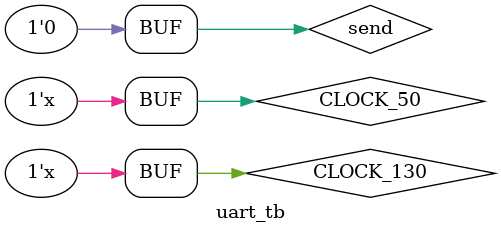
<source format=v>

`timescale 1ns/100ps


module uart_tb();

	reg CLOCK_50;
	reg CLOCK_130;
	reg signed [15:0] DA;
	wire [2:1] TX;

	wire pll_uart_clk;





	wire reset_n;
	reset_state rst1
	(
		.clock(CLOCK_130),
		.reset_n(reset_n)
	);

	pll_uart pll_uart_i1
	(
		.inclk0(CLOCK_50),
		.c0(pll_uart_clk)
	);



	reg send;
	wire done;
	uart uart_i1
	(
		.clock(pll_uart_clk),
		.reset_n(reset_n),

		.send(send),
		.done(done),

		.data(DA[7:0]),
		.tx(tx)
	);



initial
begin

	send=0;
	CLOCK_50=0;
	CLOCK_130=0;
	DA=0;

end


parameter clk50_perios_ns = 20; //50MHz
parameter clk130_perios_ns = 7.692; //130MHz

always
begin
#(clk50_perios_ns/2);
CLOCK_50=~CLOCK_50;
end

always
begin
#(clk130_perios_ns/2);
CLOCK_130=~CLOCK_130;
end


always @(posedge CLOCK_130)
begin
	DA = $random;
end



endmodule

</source>
